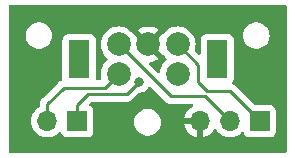
<source format=gbr>
%TF.GenerationSoftware,KiCad,Pcbnew,7.0.10*%
%TF.CreationDate,2024-01-28T02:24:09+01:00*%
%TF.ProjectId,Encoder,456e636f-6465-4722-9e6b-696361645f70,rev?*%
%TF.SameCoordinates,Original*%
%TF.FileFunction,Copper,L1,Top*%
%TF.FilePolarity,Positive*%
%FSLAX46Y46*%
G04 Gerber Fmt 4.6, Leading zero omitted, Abs format (unit mm)*
G04 Created by KiCad (PCBNEW 7.0.10) date 2024-01-28 02:24:09*
%MOMM*%
%LPD*%
G01*
G04 APERTURE LIST*
%TA.AperFunction,ComponentPad*%
%ADD10C,2.000000*%
%TD*%
%TA.AperFunction,ComponentPad*%
%ADD11R,1.800000X3.200000*%
%TD*%
%TA.AperFunction,ComponentPad*%
%ADD12R,1.700000X1.700000*%
%TD*%
%TA.AperFunction,ComponentPad*%
%ADD13O,1.700000X1.700000*%
%TD*%
%TA.AperFunction,ViaPad*%
%ADD14C,0.800000*%
%TD*%
%TA.AperFunction,Conductor*%
%ADD15C,0.254000*%
%TD*%
G04 APERTURE END LIST*
D10*
%TO.P,SWA13,A,A*%
%TO.N,ENCA*%
X142550001Y-36000001D03*
%TO.P,SWA13,B,B*%
%TO.N,ENCB*%
X137550001Y-36000001D03*
%TO.P,SWA13,C,C*%
%TO.N,GND*%
X140050001Y-36000001D03*
D11*
%TO.P,SWA13,MP*%
%TO.N,N/C*%
X134200001Y-37250001D03*
X145900001Y-37250001D03*
D10*
%TO.P,SWA13,S1,S1*%
%TO.N,/SW99B*%
X137550001Y-38500001D03*
%TO.P,SWA13,S2,S2*%
%TO.N,/SW99A*%
X142550001Y-38500001D03*
%TD*%
D12*
%TO.P,J2,1,Pin_1*%
%TO.N,/SW99A*%
X134040003Y-42500001D03*
D13*
%TO.P,J2,2,Pin_2*%
%TO.N,/SW99B*%
X131500003Y-42500001D03*
%TD*%
D12*
%TO.P,J1,1,Pin_1*%
%TO.N,ENCA*%
X149500000Y-42500000D03*
D13*
%TO.P,J1,2,Pin_2*%
%TO.N,ENCB*%
X146960000Y-42500000D03*
%TO.P,J1,3,Pin_3*%
%TO.N,GND*%
X144420000Y-42500000D03*
%TD*%
D14*
%TO.N,/SW99A*%
X139270000Y-39200000D03*
%TD*%
D15*
%TO.N,/SW99A*%
X134040003Y-41129997D02*
X134510000Y-40660000D01*
X138240000Y-40230000D02*
X139270000Y-39200000D01*
X134040003Y-42500001D02*
X134040003Y-41129997D01*
X134510000Y-40660000D02*
X134940000Y-40230000D01*
X136510000Y-40230000D02*
X138240000Y-40230000D01*
X134940000Y-40230000D02*
X136510000Y-40230000D01*
%TO.N,ENCB*%
X141960000Y-40410000D02*
X144870000Y-40410000D01*
X137550001Y-36000001D02*
X141960000Y-40410000D01*
X144870000Y-40410000D02*
X146960000Y-42500000D01*
%TO.N,ENCA*%
X145030000Y-39950000D02*
X146950000Y-39950000D01*
X142550001Y-36000001D02*
X144280000Y-37730000D01*
X144280000Y-39200000D02*
X145030000Y-39950000D01*
X144280000Y-37730000D02*
X144280000Y-39200000D01*
X146950000Y-39950000D02*
X149500000Y-42500000D01*
%TO.N,/SW99B*%
X131500003Y-41049997D02*
X132880000Y-39670000D01*
X132880000Y-39670000D02*
X136380002Y-39670000D01*
X131500003Y-42500001D02*
X131500003Y-41049997D01*
X136380002Y-39670000D02*
X137550001Y-38500001D01*
%TD*%
%TA.AperFunction,Conductor*%
%TO.N,GND*%
G36*
X141297000Y-36887789D02*
G01*
X141312975Y-36890495D01*
X141353599Y-36921936D01*
X141480032Y-37069970D01*
X141578641Y-37154190D01*
X141617450Y-37213641D01*
X141617956Y-37284635D01*
X141580000Y-37344634D01*
X141578641Y-37345812D01*
X141480029Y-37430034D01*
X141325827Y-37610581D01*
X141325826Y-37610583D01*
X141201760Y-37813039D01*
X141110895Y-38032408D01*
X141055465Y-38263296D01*
X141051851Y-38309206D01*
X141026565Y-38375547D01*
X140969426Y-38417685D01*
X140898576Y-38422243D01*
X140837145Y-38388412D01*
X140161124Y-37712391D01*
X140127098Y-37650079D01*
X140132163Y-37579264D01*
X140174710Y-37522428D01*
X140240334Y-37497684D01*
X140286632Y-37494040D01*
X140517438Y-37438629D01*
X140736739Y-37347792D01*
X140923891Y-37233103D01*
X140923892Y-37233102D01*
X140217625Y-36526835D01*
X140338459Y-36474350D01*
X140455740Y-36378935D01*
X140542929Y-36255416D01*
X140574839Y-36165628D01*
X141297000Y-36887789D01*
G37*
%TD.AperFunction*%
%TA.AperFunction,Conductor*%
G36*
X151716622Y-32695502D02*
G01*
X151763115Y-32749158D01*
X151774501Y-32801500D01*
X151774501Y-45048501D01*
X151754499Y-45116622D01*
X151700843Y-45163115D01*
X151648501Y-45174501D01*
X128351501Y-45174501D01*
X128283380Y-45154499D01*
X128236887Y-45100843D01*
X128225501Y-45048501D01*
X128225501Y-42500001D01*
X130136847Y-42500001D01*
X130154235Y-42709844D01*
X130155440Y-42724376D01*
X130210705Y-42942613D01*
X130210706Y-42942614D01*
X130210707Y-42942617D01*
X130239526Y-43008318D01*
X130301144Y-43148794D01*
X130424278Y-43337266D01*
X130424282Y-43337271D01*
X130576765Y-43502909D01*
X130631334Y-43545382D01*
X130754427Y-43641190D01*
X130952429Y-43748343D01*
X130952430Y-43748343D01*
X130952431Y-43748344D01*
X131064230Y-43786724D01*
X131165368Y-43821445D01*
X131387434Y-43858501D01*
X131387438Y-43858501D01*
X131612568Y-43858501D01*
X131612572Y-43858501D01*
X131834638Y-43821445D01*
X132047577Y-43748343D01*
X132245579Y-43641190D01*
X132423243Y-43502907D01*
X132484248Y-43436638D01*
X132545099Y-43400068D01*
X132616064Y-43402201D01*
X132674609Y-43442363D01*
X132695003Y-43477942D01*
X132739114Y-43596205D01*
X132739115Y-43596208D01*
X132826741Y-43713262D01*
X132943795Y-43800888D01*
X132943797Y-43800889D01*
X132943799Y-43800890D01*
X132998903Y-43821443D01*
X133080798Y-43851989D01*
X133080806Y-43851991D01*
X133141353Y-43858500D01*
X133141358Y-43858500D01*
X133141365Y-43858501D01*
X133141371Y-43858501D01*
X134938635Y-43858501D01*
X134938641Y-43858501D01*
X134938648Y-43858500D01*
X134938652Y-43858500D01*
X134999199Y-43851991D01*
X134999202Y-43851990D01*
X134999204Y-43851990D01*
X134999210Y-43851988D01*
X135046388Y-43834391D01*
X135136207Y-43800890D01*
X135206402Y-43748343D01*
X135253264Y-43713262D01*
X135340890Y-43596208D01*
X135340890Y-43596207D01*
X135340892Y-43596205D01*
X135391992Y-43459202D01*
X135392179Y-43457470D01*
X135398502Y-43398650D01*
X135398503Y-43398633D01*
X135398503Y-42600005D01*
X138869681Y-42600005D01*
X138888926Y-42807695D01*
X138946008Y-43008318D01*
X138946011Y-43008325D01*
X139038980Y-43195033D01*
X139038984Y-43195038D01*
X139164681Y-43361489D01*
X139164684Y-43361491D01*
X139164685Y-43361493D01*
X139318831Y-43502017D01*
X139496175Y-43611823D01*
X139690675Y-43687173D01*
X139895709Y-43725500D01*
X139895711Y-43725500D01*
X140104293Y-43725500D01*
X140104295Y-43725500D01*
X140309329Y-43687173D01*
X140503829Y-43611823D01*
X140681173Y-43502017D01*
X140835319Y-43361493D01*
X140961020Y-43195038D01*
X140961021Y-43195034D01*
X140961023Y-43195033D01*
X141007507Y-43101679D01*
X141053995Y-43008320D01*
X141111077Y-42807697D01*
X141118799Y-42724368D01*
X141130323Y-42600005D01*
X141130323Y-42599996D01*
X141111077Y-42392306D01*
X141105300Y-42372000D01*
X141053995Y-42191682D01*
X140995918Y-42075048D01*
X140961023Y-42004968D01*
X140961019Y-42004963D01*
X140835322Y-41838512D01*
X140730038Y-41742532D01*
X140681173Y-41697985D01*
X140503829Y-41588179D01*
X140503822Y-41588176D01*
X140309336Y-41512831D01*
X140309333Y-41512830D01*
X140309330Y-41512829D01*
X140309329Y-41512829D01*
X140104295Y-41474502D01*
X139895709Y-41474502D01*
X139690675Y-41512829D01*
X139690670Y-41512830D01*
X139690667Y-41512831D01*
X139496181Y-41588176D01*
X139496174Y-41588179D01*
X139318832Y-41697984D01*
X139164681Y-41838512D01*
X139038984Y-42004963D01*
X139038980Y-42004968D01*
X138946011Y-42191676D01*
X138946008Y-42191683D01*
X138888926Y-42392306D01*
X138869681Y-42599996D01*
X138869681Y-42600005D01*
X135398503Y-42600005D01*
X135398503Y-41601368D01*
X135398502Y-41601351D01*
X135391993Y-41540804D01*
X135391991Y-41540796D01*
X135340892Y-41403798D01*
X135340890Y-41403793D01*
X135253264Y-41286739D01*
X135136210Y-41199113D01*
X135136208Y-41199112D01*
X135131170Y-41197233D01*
X135125737Y-41195207D01*
X135068902Y-41152662D01*
X135044091Y-41086142D01*
X135059182Y-41016768D01*
X135080676Y-40988056D01*
X135166330Y-40902404D01*
X135228642Y-40868379D01*
X135255424Y-40865500D01*
X136429718Y-40865500D01*
X138155930Y-40865500D01*
X138171798Y-40867252D01*
X138171826Y-40866962D01*
X138179718Y-40867708D01*
X138179718Y-40867707D01*
X138179719Y-40867708D01*
X138248012Y-40865562D01*
X138251969Y-40865500D01*
X138279983Y-40865500D01*
X138284013Y-40864990D01*
X138295851Y-40864058D01*
X138340205Y-40862665D01*
X138359751Y-40856985D01*
X138379102Y-40852978D01*
X138399299Y-40850427D01*
X138440555Y-40834092D01*
X138451778Y-40830249D01*
X138494393Y-40817869D01*
X138511907Y-40807510D01*
X138529656Y-40798814D01*
X138548588Y-40791319D01*
X138584494Y-40765230D01*
X138594394Y-40758727D01*
X138632598Y-40736134D01*
X138646984Y-40721747D01*
X138662018Y-40708906D01*
X138678487Y-40696942D01*
X138706782Y-40662737D01*
X138714752Y-40653978D01*
X139223329Y-40145404D01*
X139285641Y-40111379D01*
X139312424Y-40108500D01*
X139365487Y-40108500D01*
X139552288Y-40068794D01*
X139726752Y-39991118D01*
X139881253Y-39878866D01*
X139881255Y-39878864D01*
X140009034Y-39736951D01*
X140009035Y-39736949D01*
X140009040Y-39736944D01*
X140065725Y-39638761D01*
X140117105Y-39589771D01*
X140186818Y-39576334D01*
X140252729Y-39602721D01*
X140263937Y-39612669D01*
X141451182Y-40799914D01*
X141461169Y-40812379D01*
X141461393Y-40812194D01*
X141466446Y-40818302D01*
X141466447Y-40818303D01*
X141515370Y-40864245D01*
X141516280Y-40865099D01*
X141519124Y-40867856D01*
X141538900Y-40887633D01*
X141538908Y-40887640D01*
X141542119Y-40890131D01*
X141551139Y-40897834D01*
X141583494Y-40928217D01*
X141601335Y-40938025D01*
X141617854Y-40948877D01*
X141633932Y-40961349D01*
X141674650Y-40978969D01*
X141685309Y-40984191D01*
X141724193Y-41005567D01*
X141724194Y-41005567D01*
X141724197Y-41005569D01*
X141743918Y-41010632D01*
X141762620Y-41017037D01*
X141781289Y-41025116D01*
X141781290Y-41025116D01*
X141781292Y-41025117D01*
X141825114Y-41032057D01*
X141836742Y-41034465D01*
X141879718Y-41045500D01*
X141900066Y-41045500D01*
X141919775Y-41047050D01*
X141939879Y-41050235D01*
X141984056Y-41046058D01*
X141995913Y-41045500D01*
X143756862Y-41045500D01*
X143824983Y-41065502D01*
X143871476Y-41119158D01*
X143881580Y-41189432D01*
X143852086Y-41254012D01*
X143816832Y-41282314D01*
X143674696Y-41359233D01*
X143497097Y-41497465D01*
X143344674Y-41663041D01*
X143221580Y-41851451D01*
X143131179Y-42057543D01*
X143131176Y-42057550D01*
X143083455Y-42245999D01*
X143083456Y-42246000D01*
X143988884Y-42246000D01*
X143960507Y-42290156D01*
X143920000Y-42428111D01*
X143920000Y-42571889D01*
X143960507Y-42709844D01*
X143988884Y-42754000D01*
X143083455Y-42754000D01*
X143131176Y-42942449D01*
X143131179Y-42942456D01*
X143221580Y-43148548D01*
X143344674Y-43336958D01*
X143497097Y-43502534D01*
X143674698Y-43640767D01*
X143674699Y-43640768D01*
X143872628Y-43747882D01*
X143872630Y-43747883D01*
X144085483Y-43820955D01*
X144085492Y-43820957D01*
X144166000Y-43834391D01*
X144166000Y-42933674D01*
X144277685Y-42984680D01*
X144384237Y-43000000D01*
X144455763Y-43000000D01*
X144562315Y-42984680D01*
X144674000Y-42933674D01*
X144674000Y-43834390D01*
X144754507Y-43820957D01*
X144754516Y-43820955D01*
X144967369Y-43747883D01*
X144967371Y-43747882D01*
X145165300Y-43640768D01*
X145165301Y-43640767D01*
X145342902Y-43502534D01*
X145495327Y-43336955D01*
X145584217Y-43200899D01*
X145638220Y-43154810D01*
X145708568Y-43145235D01*
X145772925Y-43175212D01*
X145795183Y-43200898D01*
X145884279Y-43337270D01*
X146036762Y-43502908D01*
X146091331Y-43545381D01*
X146214424Y-43641189D01*
X146412426Y-43748342D01*
X146412427Y-43748342D01*
X146412428Y-43748343D01*
X146524227Y-43786723D01*
X146625365Y-43821444D01*
X146847431Y-43858500D01*
X146847435Y-43858500D01*
X147072565Y-43858500D01*
X147072569Y-43858500D01*
X147294635Y-43821444D01*
X147507574Y-43748342D01*
X147705576Y-43641189D01*
X147883240Y-43502906D01*
X147944245Y-43436637D01*
X148005096Y-43400067D01*
X148076061Y-43402200D01*
X148134606Y-43442362D01*
X148155000Y-43477941D01*
X148199111Y-43596204D01*
X148199112Y-43596207D01*
X148286738Y-43713261D01*
X148403792Y-43800887D01*
X148403794Y-43800888D01*
X148403796Y-43800889D01*
X148457600Y-43820957D01*
X148540795Y-43851988D01*
X148540803Y-43851990D01*
X148601350Y-43858499D01*
X148601355Y-43858499D01*
X148601362Y-43858500D01*
X148601368Y-43858500D01*
X150398632Y-43858500D01*
X150398638Y-43858500D01*
X150398645Y-43858499D01*
X150398649Y-43858499D01*
X150459196Y-43851990D01*
X150459199Y-43851989D01*
X150459201Y-43851989D01*
X150596204Y-43800889D01*
X150666399Y-43748342D01*
X150713261Y-43713261D01*
X150800887Y-43596207D01*
X150800888Y-43596205D01*
X150800889Y-43596204D01*
X150851989Y-43459201D01*
X150851989Y-43459199D01*
X150851990Y-43459196D01*
X150858499Y-43398649D01*
X150858500Y-43398632D01*
X150858500Y-41601367D01*
X150858499Y-41601350D01*
X150851990Y-41540803D01*
X150851988Y-41540795D01*
X150822924Y-41462875D01*
X150800889Y-41403796D01*
X150800887Y-41403793D01*
X150800887Y-41403792D01*
X150713261Y-41286738D01*
X150596207Y-41199112D01*
X150596202Y-41199110D01*
X150459204Y-41148011D01*
X150459196Y-41148009D01*
X150398649Y-41141500D01*
X150398638Y-41141500D01*
X149092423Y-41141500D01*
X149024302Y-41121498D01*
X149003328Y-41104595D01*
X147458815Y-39560082D01*
X147448831Y-39547620D01*
X147448607Y-39547806D01*
X147443554Y-39541698D01*
X147393734Y-39494914D01*
X147390890Y-39492157D01*
X147371099Y-39472365D01*
X147371096Y-39472363D01*
X147371094Y-39472361D01*
X147367875Y-39469864D01*
X147358851Y-39462157D01*
X147326506Y-39431783D01*
X147326499Y-39431778D01*
X147308673Y-39421978D01*
X147292147Y-39411123D01*
X147276066Y-39398649D01*
X147235337Y-39381024D01*
X147224679Y-39375803D01*
X147222022Y-39374342D01*
X147171966Y-39323997D01*
X147157073Y-39254580D01*
X147181856Y-39188422D01*
X147250890Y-39096205D01*
X147301990Y-38959202D01*
X147306076Y-38921201D01*
X147308500Y-38898650D01*
X147308500Y-38898646D01*
X147308501Y-38898639D01*
X147308501Y-35601363D01*
X147308500Y-35601351D01*
X147301991Y-35540804D01*
X147301989Y-35540796D01*
X147250890Y-35403798D01*
X147250888Y-35403793D01*
X147163262Y-35286739D01*
X147114191Y-35250005D01*
X148069677Y-35250005D01*
X148088922Y-35457691D01*
X148088922Y-35457695D01*
X148146004Y-35658320D01*
X148146007Y-35658326D01*
X148238976Y-35845033D01*
X148238978Y-35845036D01*
X148238980Y-35845039D01*
X148356001Y-36000001D01*
X148364685Y-36011500D01*
X148518822Y-36152014D01*
X148518825Y-36152016D01*
X148518827Y-36152017D01*
X148518828Y-36152018D01*
X148696172Y-36261825D01*
X148696176Y-36261826D01*
X148696177Y-36261827D01*
X148846743Y-36320157D01*
X148890672Y-36337175D01*
X149095707Y-36375502D01*
X149095709Y-36375502D01*
X149304291Y-36375502D01*
X149304293Y-36375502D01*
X149509328Y-36337175D01*
X149703828Y-36261825D01*
X149881172Y-36152018D01*
X149881174Y-36152015D01*
X149881177Y-36152014D01*
X150035314Y-36011500D01*
X150035315Y-36011498D01*
X150035319Y-36011495D01*
X150161020Y-35845039D01*
X150253995Y-35658321D01*
X150311077Y-35457697D01*
X150330323Y-35250001D01*
X150325607Y-35199112D01*
X150317987Y-35116873D01*
X150311077Y-35042305D01*
X150253995Y-34841681D01*
X150251796Y-34837266D01*
X150161023Y-34654968D01*
X150161021Y-34654966D01*
X150161020Y-34654963D01*
X150035319Y-34488507D01*
X150035317Y-34488505D01*
X150035314Y-34488501D01*
X149881177Y-34347987D01*
X149881174Y-34347985D01*
X149703831Y-34238179D01*
X149703828Y-34238177D01*
X149703826Y-34238176D01*
X149703822Y-34238174D01*
X149509335Y-34162829D01*
X149509332Y-34162828D01*
X149509329Y-34162827D01*
X149509328Y-34162827D01*
X149304293Y-34124500D01*
X149095707Y-34124500D01*
X148890672Y-34162827D01*
X148890667Y-34162828D01*
X148890664Y-34162829D01*
X148696177Y-34238174D01*
X148696168Y-34238179D01*
X148518825Y-34347985D01*
X148518822Y-34347987D01*
X148364685Y-34488501D01*
X148238976Y-34654968D01*
X148146007Y-34841675D01*
X148146004Y-34841681D01*
X148088922Y-35042306D01*
X148088922Y-35042310D01*
X148069677Y-35249996D01*
X148069677Y-35250005D01*
X147114191Y-35250005D01*
X147046208Y-35199113D01*
X147046203Y-35199111D01*
X146909205Y-35148012D01*
X146909197Y-35148010D01*
X146848650Y-35141501D01*
X146848639Y-35141501D01*
X144951363Y-35141501D01*
X144951351Y-35141501D01*
X144890804Y-35148010D01*
X144890796Y-35148012D01*
X144753798Y-35199111D01*
X144753793Y-35199113D01*
X144636739Y-35286739D01*
X144549113Y-35403793D01*
X144549111Y-35403798D01*
X144498012Y-35540796D01*
X144498010Y-35540804D01*
X144491501Y-35601351D01*
X144491501Y-36738577D01*
X144471499Y-36806698D01*
X144417843Y-36853191D01*
X144347569Y-36863295D01*
X144282989Y-36833801D01*
X144276406Y-36827673D01*
X144024912Y-36576180D01*
X143990887Y-36513867D01*
X143991487Y-36457673D01*
X144044536Y-36236712D01*
X144063166Y-36000001D01*
X144044536Y-35763290D01*
X143989106Y-35532407D01*
X143898241Y-35313038D01*
X143774177Y-35110585D01*
X143773252Y-35109502D01*
X143619970Y-34930031D01*
X143439420Y-34775827D01*
X143439418Y-34775826D01*
X143439417Y-34775825D01*
X143236964Y-34651761D01*
X143018745Y-34561372D01*
X143017593Y-34560895D01*
X142859652Y-34522977D01*
X142786712Y-34505466D01*
X142550001Y-34486836D01*
X142313290Y-34505466D01*
X142082408Y-34560895D01*
X141863039Y-34651760D01*
X141660583Y-34775826D01*
X141660581Y-34775827D01*
X141480034Y-34930029D01*
X141353600Y-35078064D01*
X141294149Y-35116873D01*
X141292163Y-35117047D01*
X140576903Y-35832307D01*
X140573117Y-35814086D01*
X140503559Y-35679845D01*
X140400363Y-35569349D01*
X140271182Y-35490792D01*
X140215578Y-35475212D01*
X140923891Y-34766898D01*
X140923891Y-34766897D01*
X140736739Y-34652209D01*
X140517438Y-34561372D01*
X140286633Y-34505961D01*
X140050001Y-34487338D01*
X139813368Y-34505961D01*
X139582563Y-34561372D01*
X139363267Y-34652207D01*
X139176109Y-34766898D01*
X139176109Y-34766899D01*
X139882376Y-35473166D01*
X139761543Y-35525652D01*
X139644262Y-35621067D01*
X139557073Y-35744586D01*
X139525162Y-35834372D01*
X138802998Y-35112208D01*
X138787021Y-35109502D01*
X138746401Y-35078063D01*
X138619970Y-34930031D01*
X138439420Y-34775827D01*
X138439418Y-34775826D01*
X138439417Y-34775825D01*
X138236964Y-34651761D01*
X138018745Y-34561372D01*
X138017593Y-34560895D01*
X137859652Y-34522977D01*
X137786712Y-34505466D01*
X137550001Y-34486836D01*
X137313290Y-34505466D01*
X137082408Y-34560895D01*
X136863039Y-34651760D01*
X136660583Y-34775826D01*
X136660581Y-34775827D01*
X136480031Y-34930031D01*
X136325827Y-35110581D01*
X136325826Y-35110583D01*
X136201760Y-35313039D01*
X136110895Y-35532408D01*
X136075499Y-35679845D01*
X136055466Y-35763290D01*
X136036836Y-36000001D01*
X136055466Y-36236712D01*
X136061495Y-36261824D01*
X136110895Y-36467593D01*
X136110896Y-36467595D01*
X136201761Y-36686964D01*
X136324827Y-36887789D01*
X136325826Y-36889418D01*
X136325827Y-36889420D01*
X136456799Y-37042768D01*
X136480032Y-37069970D01*
X136578641Y-37154190D01*
X136617450Y-37213641D01*
X136617956Y-37284635D01*
X136580000Y-37344634D01*
X136578641Y-37345812D01*
X136480029Y-37430034D01*
X136325827Y-37610581D01*
X136325826Y-37610583D01*
X136201760Y-37813039D01*
X136110895Y-38032408D01*
X136055466Y-38263290D01*
X136036836Y-38500001D01*
X136055466Y-38736711D01*
X136089647Y-38879086D01*
X136086099Y-38949994D01*
X136044780Y-39007728D01*
X135978806Y-39033958D01*
X135967128Y-39034500D01*
X135734153Y-39034500D01*
X135666032Y-39014498D01*
X135619539Y-38960842D01*
X135608334Y-38901750D01*
X135608501Y-38898636D01*
X135608501Y-35601368D01*
X135608500Y-35601351D01*
X135601991Y-35540804D01*
X135601989Y-35540796D01*
X135550890Y-35403798D01*
X135550888Y-35403793D01*
X135463262Y-35286739D01*
X135346208Y-35199113D01*
X135346203Y-35199111D01*
X135209205Y-35148012D01*
X135209197Y-35148010D01*
X135148650Y-35141501D01*
X135148639Y-35141501D01*
X133251363Y-35141501D01*
X133251351Y-35141501D01*
X133190804Y-35148010D01*
X133190796Y-35148012D01*
X133053798Y-35199111D01*
X133053793Y-35199113D01*
X132936739Y-35286739D01*
X132849113Y-35403793D01*
X132849111Y-35403798D01*
X132798012Y-35540796D01*
X132798010Y-35540804D01*
X132791501Y-35601351D01*
X132791501Y-38898642D01*
X132793926Y-38921201D01*
X132781317Y-38991069D01*
X132732937Y-39043029D01*
X132715030Y-39051817D01*
X132679437Y-39065909D01*
X132668211Y-39069753D01*
X132625605Y-39082132D01*
X132608093Y-39092489D01*
X132590343Y-39101184D01*
X132571420Y-39108676D01*
X132571413Y-39108680D01*
X132535511Y-39134763D01*
X132525596Y-39141276D01*
X132487400Y-39163865D01*
X132473006Y-39178260D01*
X132457981Y-39191092D01*
X132441513Y-39203058D01*
X132441512Y-39203059D01*
X132413220Y-39237256D01*
X132405233Y-39246032D01*
X131110080Y-40541185D01*
X131097619Y-40551170D01*
X131097804Y-40551394D01*
X131091703Y-40556440D01*
X131044930Y-40606248D01*
X131042182Y-40609083D01*
X131022362Y-40628904D01*
X131022359Y-40628908D01*
X131019851Y-40632141D01*
X131012161Y-40641142D01*
X130981788Y-40673487D01*
X130981787Y-40673489D01*
X130971979Y-40691329D01*
X130961127Y-40707847D01*
X130948657Y-40723922D01*
X130948654Y-40723928D01*
X130931025Y-40764662D01*
X130925807Y-40775312D01*
X130904436Y-40814188D01*
X130904433Y-40814196D01*
X130899373Y-40833904D01*
X130892971Y-40852604D01*
X130884885Y-40871290D01*
X130884884Y-40871294D01*
X130877943Y-40915116D01*
X130875537Y-40926737D01*
X130864503Y-40969714D01*
X130864503Y-40990062D01*
X130862952Y-41009772D01*
X130859768Y-41029876D01*
X130863136Y-41065502D01*
X130863944Y-41074051D01*
X130864503Y-41085909D01*
X130864503Y-41224162D01*
X130844501Y-41292283D01*
X130798473Y-41334975D01*
X130754433Y-41358808D01*
X130754427Y-41358812D01*
X130576765Y-41497092D01*
X130424282Y-41662730D01*
X130424278Y-41662735D01*
X130301144Y-41851207D01*
X130210706Y-42057387D01*
X130210705Y-42057388D01*
X130155440Y-42275625D01*
X130155439Y-42275631D01*
X130155439Y-42275633D01*
X130136847Y-42500001D01*
X128225501Y-42500001D01*
X128225500Y-35250005D01*
X129669680Y-35250005D01*
X129688925Y-35457695D01*
X129740270Y-35638156D01*
X129746008Y-35658320D01*
X129838983Y-35845039D01*
X129838984Y-35845040D01*
X129964680Y-36011490D01*
X129964683Y-36011492D01*
X129964684Y-36011494D01*
X130118831Y-36152017D01*
X130296174Y-36261824D01*
X130490675Y-36337174D01*
X130695709Y-36375501D01*
X130695711Y-36375501D01*
X130904293Y-36375501D01*
X130904295Y-36375501D01*
X131109329Y-36337174D01*
X131303830Y-36261824D01*
X131481173Y-36152017D01*
X131635320Y-36011494D01*
X131761021Y-35845039D01*
X131853996Y-35658320D01*
X131911078Y-35457697D01*
X131930324Y-35250001D01*
X131925608Y-35199112D01*
X131911078Y-35042306D01*
X131879133Y-34930032D01*
X131853996Y-34841682D01*
X131761021Y-34654963D01*
X131710740Y-34588381D01*
X131635323Y-34488511D01*
X131634036Y-34487338D01*
X131481173Y-34347985D01*
X131303830Y-34238178D01*
X131109332Y-34162829D01*
X131109333Y-34162829D01*
X131109330Y-34162828D01*
X131109329Y-34162828D01*
X130904295Y-34124501D01*
X130695709Y-34124501D01*
X130490675Y-34162828D01*
X130490670Y-34162829D01*
X130296178Y-34238176D01*
X130296168Y-34238181D01*
X130118830Y-34347985D01*
X129964680Y-34488511D01*
X129838984Y-34654961D01*
X129838983Y-34654962D01*
X129838983Y-34654963D01*
X129783246Y-34766898D01*
X129746008Y-34841682D01*
X129746005Y-34841690D01*
X129688925Y-35042306D01*
X129669680Y-35249996D01*
X129669680Y-35250005D01*
X128225500Y-35250005D01*
X128225500Y-32801500D01*
X128245502Y-32733379D01*
X128299158Y-32686886D01*
X128351495Y-32675500D01*
X151648501Y-32675500D01*
X151716622Y-32695502D01*
G37*
%TD.AperFunction*%
%TD*%
M02*

</source>
